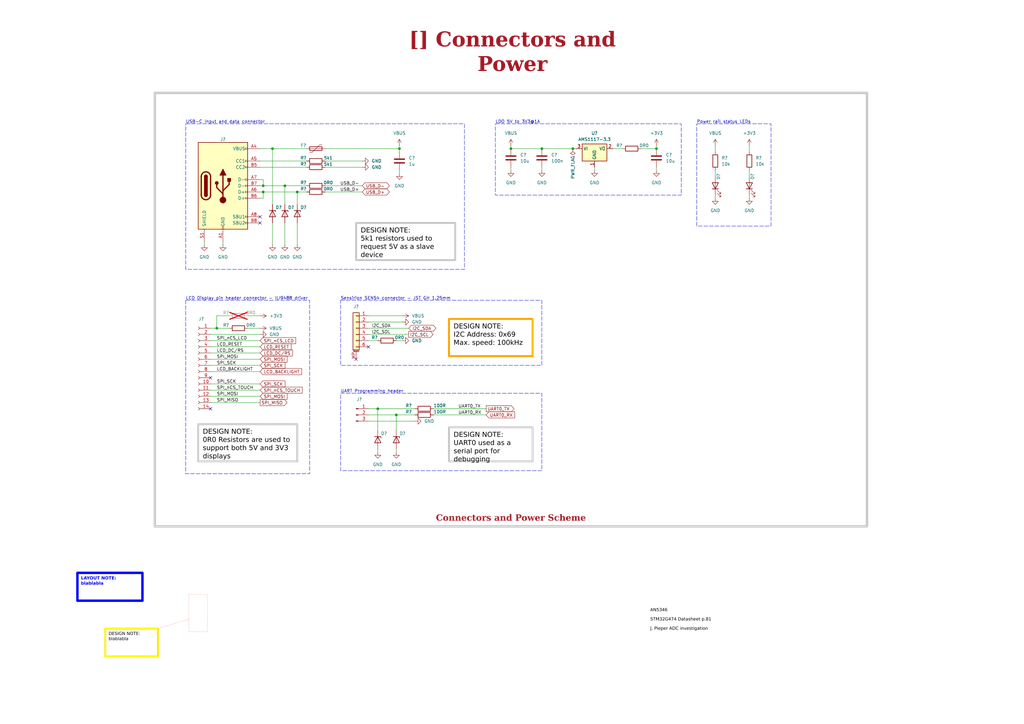
<source format=kicad_sch>
(kicad_sch (version 20231120) (generator "eeschema") (generator_version "8.0")
  (paper "A3")
  (title_block (title "Connectors and Power") (date "Last Modified Date") (rev "${REVISION}") (company "${COMPANY}"))
  (lib_symbols
    (symbol "Active-Components:ESD321DYAR" (pin_numbers hide) (pin_names hide)
      (property "Reference" "D" (at 0 2.54 0))
      (property "Value" "ESD321DYAR" (at 0 -2.54 0))
      (symbol "ESD321DYAR_0_1"
        (polyline (pts (xy 1.27 0) (xy -1.27 0)))
        (polyline (pts (xy -1.27 -1.27) (xy -1.27 1.27) (xy -0.762 1.27)) (stroke (width 0.254)))
        (polyline (pts (xy 1.27 -1.27) (xy 1.27 1.27) (xy -1.27 0) (xy 1.27 -1.27)) (stroke (width 0.254)))
      )
      (symbol "ESD321DYAR_1_1"
        (pin passive line (at -3.81 0 0) (length 2.54) (name "K") (number "1"))
        (pin passive line (at 3.81 0 180) (length 2.54) (name "A") (number "2"))
      )
    )
    (symbol "Connector:Conn_01x03_Pin" (pin_names (offset 1.016) hide)
      (property "Reference" "J" (at 0 5.08 0))
      (property "Value" "Conn_01x03_Pin" (at 0 -5.08 0))
      (symbol "Conn_01x03_Pin_1_1"
        (polyline (pts (xy 1.27 -2.54) (xy 0.8636 -2.54)) (stroke (width 0.1524)))
        (polyline (pts (xy 1.27 0) (xy 0.8636 0)) (stroke (width 0.1524)))
        (polyline (pts (xy 1.27 2.54) (xy 0.8636 2.54)) (stroke (width 0.1524)))
        (rectangle (start 0.8636 -2.413) (end 0 -2.667) (stroke (width 0.1524)) (fill (type outline)))
        (rectangle (start 0.8636 0.127) (end 0 -0.127) (stroke (width 0.1524)) (fill (type outline)))
        (rectangle (start 0.8636 2.667) (end 0 2.413) (stroke (width 0.1524)) (fill (type outline)))
        (pin passive line (at 5.08 2.54 180) (length 3.81) (name "Pin_1") (number "1"))
        (pin passive line (at 5.08 0 180) (length 3.81) (name "Pin_2") (number "2"))
        (pin passive line (at 5.08 -2.54 180) (length 3.81) (name "Pin_3") (number "3"))
      )
    )
    (symbol "Connector:Conn_01x14_Socket" (pin_names (offset 1.016) hide)
      (property "Reference" "J" (at 0 17.78 0))
      (property "Value" "Conn_01x14_Socket" (at 0 -20.32 0))
      (symbol "Conn_01x14_Socket_1_1"
        (arc (start 0 -17.272) (mid -0.5058 -17.78) (end 0 -18.288) (stroke (width 0.1524)))
        (arc (start 0 -14.732) (mid -0.5058 -15.24) (end 0 -15.748) (stroke (width 0.1524)))
        (arc (start 0 -12.192) (mid -0.5058 -12.7) (end 0 -13.208) (stroke (width 0.1524)))
        (arc (start 0 -9.652) (mid -0.5058 -10.16) (end 0 -10.668) (stroke (width 0.1524)))
        (arc (start 0 -7.112) (mid -0.5058 -7.62) (end 0 -8.128) (stroke (width 0.1524)))
        (arc (start 0 -4.572) (mid -0.5058 -5.08) (end 0 -5.588) (stroke (width 0.1524)))
        (arc (start 0 -2.032) (mid -0.5058 -2.54) (end 0 -3.048) (stroke (width 0.1524)))
        (polyline (pts (xy -1.27 -17.78) (xy -0.508 -17.78)) (stroke (width 0.1524)))
        (polyline (pts (xy -1.27 -15.24) (xy -0.508 -15.24)) (stroke (width 0.1524)))
        (polyline (pts (xy -1.27 -12.7) (xy -0.508 -12.7)) (stroke (width 0.1524)))
        (polyline (pts (xy -1.27 -10.16) (xy -0.508 -10.16)) (stroke (width 0.1524)))
        (polyline (pts (xy -1.27 -7.62) (xy -0.508 -7.62)) (stroke (width 0.1524)))
        (polyline (pts (xy -1.27 -5.08) (xy -0.508 -5.08)) (stroke (width 0.1524)))
        (polyline (pts (xy -1.27 -2.54) (xy -0.508 -2.54)) (stroke (width 0.1524)))
        (polyline (pts (xy -1.27 0) (xy -0.508 0)) (stroke (width 0.1524)))
        (polyline (pts (xy -1.27 2.54) (xy -0.508 2.54)) (stroke (width 0.1524)))
        (polyline (pts (xy -1.27 5.08) (xy -0.508 5.08)) (stroke (width 0.1524)))
        (polyline (pts (xy -1.27 7.62) (xy -0.508 7.62)) (stroke (width 0.1524)))
        (polyline (pts (xy -1.27 10.16) (xy -0.508 10.16)) (stroke (width 0.1524)))
        (polyline (pts (xy -1.27 12.7) (xy -0.508 12.7)) (stroke (width 0.1524)))
        (polyline (pts (xy -1.27 15.24) (xy -0.508 15.24)) (stroke (width 0.1524)))
        (arc (start 0 0.508) (mid -0.5058 0) (end 0 -0.508) (stroke (width 0.1524)))
        (arc (start 0 3.048) (mid -0.5058 2.54) (end 0 2.032) (stroke (width 0.1524)))
        (arc (start 0 5.588) (mid -0.5058 5.08) (end 0 4.572) (stroke (width 0.1524)))
        (arc (start 0 8.128) (mid -0.5058 7.62) (end 0 7.112) (stroke (width 0.1524)))
        (arc (start 0 10.668) (mid -0.5058 10.16) (end 0 9.652) (stroke (width 0.1524)))
        (arc (start 0 13.208) (mid -0.5058 12.7) (end 0 12.192) (stroke (width 0.1524)))
        (arc (start 0 15.748) (mid -0.5058 15.24) (end 0 14.732) (stroke (width 0.1524)))
        (pin passive line (at -5.08 15.24 0) (length 3.81) (name "Pin_1") (number "1"))
        (pin passive line (at -5.08 -7.62 0) (length 3.81) (name "Pin_10") (number "10"))
        (pin passive line (at -5.08 -10.16 0) (length 3.81) (name "Pin_11") (number "11"))
        (pin passive line (at -5.08 -12.7 0) (length 3.81) (name "Pin_12") (number "12"))
        (pin passive line (at -5.08 -15.24 0) (length 3.81) (name "Pin_13") (number "13"))
        (pin passive line (at -5.08 -17.78 0) (length 3.81) (name "Pin_14") (number "14"))
        (pin passive line (at -5.08 12.7 0) (length 3.81) (name "Pin_2") (number "2"))
        (pin passive line (at -5.08 10.16 0) (length 3.81) (name "Pin_3") (number "3"))
        (pin passive line (at -5.08 7.62 0) (length 3.81) (name "Pin_4") (number "4"))
        (pin passive line (at -5.08 5.08 0) (length 3.81) (name "Pin_5") (number "5"))
        (pin passive line (at -5.08 2.54 0) (length 3.81) (name "Pin_6") (number "6"))
        (pin passive line (at -5.08 0 0) (length 3.81) (name "Pin_7") (number "7"))
        (pin passive line (at -5.08 -2.54 0) (length 3.81) (name "Pin_8") (number "8"))
        (pin passive line (at -5.08 -5.08 0) (length 3.81) (name "Pin_9") (number "9"))
      )
    )
    (symbol "Connector:USB_C_Receptacle_USB2.0_16P" (pin_names (offset 1.016))
      (property "Reference" "J" (at 0 22.225 0))
      (property "Value" "USB_C_Receptacle_USB2.0_16P" (at 0 19.685 0))
      (symbol "USB_C_Receptacle_USB2.0_16P_0_0"
        (rectangle (start -0.254 -17.78) (end 0.254 -16.764))
        (rectangle (start 10.16 -14.986) (end 9.144 -15.494))
        (rectangle (start 10.16 -12.446) (end 9.144 -12.954))
        (rectangle (start 10.16 -4.826) (end 9.144 -5.334))
        (rectangle (start 10.16 -2.286) (end 9.144 -2.794))
        (rectangle (start 10.16 0.254) (end 9.144 -0.254))
        (rectangle (start 10.16 2.794) (end 9.144 2.286))
        (rectangle (start 10.16 7.874) (end 9.144 7.366))
        (rectangle (start 10.16 10.414) (end 9.144 9.906))
        (rectangle (start 10.16 15.494) (end 9.144 14.986))
      )
      (symbol "USB_C_Receptacle_USB2.0_16P_0_1"
        (rectangle (start -10.16 17.78) (end 10.16 -17.78) (stroke (width 0.254)) (fill (type background)))
        (arc (start -8.89 -3.81) (mid -6.985 -5.7067) (end -5.08 -3.81) (stroke (width 0.508)))
        (arc (start -7.62 -3.81) (mid -6.985 -4.4423) (end -6.35 -3.81) (stroke (width 0.254)))
        (arc (start -7.62 -3.81) (mid -6.985 -4.4423) (end -6.35 -3.81) (stroke (width 0.254)) (fill (type outline)))
        (rectangle (start -7.62 -3.81) (end -6.35 3.81) (stroke (width 0.254)) (fill (type outline)))
        (arc (start -6.35 3.81) (mid -6.985 4.4423) (end -7.62 3.81) (stroke (width 0.254)))
        (arc (start -6.35 3.81) (mid -6.985 4.4423) (end -7.62 3.81) (stroke (width 0.254)) (fill (type outline)))
        (arc (start -5.08 3.81) (mid -6.985 5.7067) (end -8.89 3.81) (stroke (width 0.508)))
        (circle (center -2.54 1.143) (radius 0.635) (stroke (width 0.254)) (fill (type outline)))
        (circle (center 0 -5.842) (radius 1.27) (fill (type outline)))
        (polyline (pts (xy -8.89 -3.81) (xy -8.89 3.81)) (stroke (width 0.508)))
        (polyline (pts (xy -5.08 3.81) (xy -5.08 -3.81)) (stroke (width 0.508)))
        (polyline (pts (xy 0 -5.842) (xy 0 4.318)) (stroke (width 0.508)))
        (polyline (pts (xy 0 -3.302) (xy -2.54 -0.762) (xy -2.54 0.508)) (stroke (width 0.508)))
        (polyline (pts (xy 0 -2.032) (xy 2.54 0.508) (xy 2.54 1.778)) (stroke (width 0.508)))
        (polyline (pts (xy -1.27 4.318) (xy 0 6.858) (xy 1.27 4.318) (xy -1.27 4.318)) (stroke (width 0.254)) (fill (type outline)))
        (rectangle (start 1.905 1.778) (end 3.175 3.048) (stroke (width 0.254)) (fill (type outline)))
      )
      (symbol "USB_C_Receptacle_USB2.0_16P_1_1"
        (pin passive line (at 0 -22.86 90) (length 5.08) (name "GND") (number "A1"))
        (pin passive line (at 0 -22.86 90) (length 5.08) hide (name "GND") (number "A12"))
        (pin passive line (at 15.24 15.24 180) (length 5.08) (name "VBUS") (number "A4"))
        (pin bidirectional line (at 15.24 10.16 180) (length 5.08) (name "CC1") (number "A5"))
        (pin bidirectional line (at 15.24 -2.54 180) (length 5.08) (name "D+") (number "A6"))
        (pin bidirectional line (at 15.24 2.54 180) (length 5.08) (name "D-") (number "A7"))
        (pin bidirectional line (at 15.24 -12.7 180) (length 5.08) (name "SBU1") (number "A8"))
        (pin passive line (at 15.24 15.24 180) (length 5.08) hide (name "VBUS") (number "A9"))
        (pin passive line (at 0 -22.86 90) (length 5.08) hide (name "GND") (number "B1"))
        (pin passive line (at 0 -22.86 90) (length 5.08) hide (name "GND") (number "B12"))
        (pin passive line (at 15.24 15.24 180) (length 5.08) hide (name "VBUS") (number "B4"))
        (pin bidirectional line (at 15.24 7.62 180) (length 5.08) (name "CC2") (number "B5"))
        (pin bidirectional line (at 15.24 -5.08 180) (length 5.08) (name "D+") (number "B6"))
        (pin bidirectional line (at 15.24 0 180) (length 5.08) (name "D-") (number "B7"))
        (pin bidirectional line (at 15.24 -15.24 180) (length 5.08) (name "SBU2") (number "B8"))
        (pin passive line (at 15.24 15.24 180) (length 5.08) hide (name "VBUS") (number "B9"))
        (pin passive line (at -7.62 -22.86 90) (length 5.08) (name "SHIELD") (number "S1"))
      )
    )
    (symbol "Connector_Generic_MountingPin:Conn_01x06_MountingPin" (pin_names (offset 1.016) hide)
      (property "Reference" "J" (at 0 7.62 0))
      (property "Value" "Conn_01x06_MountingPin" (at 1.27 -10.16 0))
      (symbol "Conn_01x06_MountingPin_1_1"
        (rectangle (start -1.27 -7.493) (end 0 -7.747) (stroke (width 0.1524)))
        (rectangle (start -1.27 -4.953) (end 0 -5.207) (stroke (width 0.1524)))
        (rectangle (start -1.27 -2.413) (end 0 -2.667) (stroke (width 0.1524)))
        (rectangle (start -1.27 0.127) (end 0 -0.127) (stroke (width 0.1524)))
        (rectangle (start -1.27 2.667) (end 0 2.413) (stroke (width 0.1524)))
        (rectangle (start -1.27 5.207) (end 0 4.953) (stroke (width 0.1524)))
        (rectangle (start -1.27 6.35) (end 1.27 -8.89) (stroke (width 0.254)) (fill (type background)))
        (polyline (pts (xy -1.016 -9.652) (xy 1.016 -9.652)) (stroke (width 0.1524)))
        (text "Mounting" (at 0 -9.271 0) (effects (font (size 0.381 0.381))))
        (pin passive line (at -5.08 5.08 0) (length 3.81) (name "Pin_1") (number "1"))
        (pin passive line (at -5.08 2.54 0) (length 3.81) (name "Pin_2") (number "2"))
        (pin passive line (at -5.08 0 0) (length 3.81) (name "Pin_3") (number "3"))
        (pin passive line (at -5.08 -2.54 0) (length 3.81) (name "Pin_4") (number "4"))
        (pin passive line (at -5.08 -5.08 0) (length 3.81) (name "Pin_5") (number "5"))
        (pin passive line (at -5.08 -7.62 0) (length 3.81) (name "Pin_6") (number "6"))
        (pin passive line (at 0 -12.7 90) (length 3.048) (name "MountPin") (number "MP"))
      )
    )
    (symbol "Device:C" (pin_numbers hide) (pin_names (offset 0.254))
      (property "Reference" "C" (at 0.635 2.54 0))
      (property "Value" "C" (at 0.635 -2.54 0))
      (symbol "C_0_1"
        (polyline (pts (xy -2.032 -0.762) (xy 2.032 -0.762)) (stroke (width 0.508)))
        (polyline (pts (xy -2.032 0.762) (xy 2.032 0.762)) (stroke (width 0.508)))
      )
      (symbol "C_1_1"
        (pin passive line (at 0 3.81 270) (length 2.794) (name "~") (number "1"))
        (pin passive line (at 0 -3.81 90) (length 2.794) (name "~") (number "2"))
      )
    )
    (symbol "Device:LED" (pin_numbers hide) (pin_names (offset 1.016) hide)
      (property "Reference" "D" (at 0 2.54 0))
      (property "Value" "LED" (at 0 -2.54 0))
      (symbol "LED_0_1"
        (polyline (pts (xy -1.27 -1.27) (xy -1.27 1.27)) (stroke (width 0.254)))
        (polyline (pts (xy -1.27 0) (xy 1.27 0)))
        (polyline (pts (xy 1.27 -1.27) (xy 1.27 1.27) (xy -1.27 0) (xy 1.27 -1.27)) (stroke (width 0.254)))
        (polyline (pts (xy -3.048 -0.762) (xy -4.572 -2.286) (xy -3.81 -2.286) (xy -4.572 -2.286) (xy -4.572 -1.524)))
        (polyline (pts (xy -1.778 -0.762) (xy -3.302 -2.286) (xy -2.54 -2.286) (xy -3.302 -2.286) (xy -3.302 -1.524)))
      )
      (symbol "LED_1_1"
        (pin passive line (at -3.81 0 0) (length 2.54) (name "K") (number "1"))
        (pin passive line (at 3.81 0 180) (length 2.54) (name "A") (number "2"))
      )
    )
    (symbol "Device:Polyfuse" (pin_numbers hide) (pin_names (offset 0))
      (property "Reference" "F" (at -2.54 0 90))
      (property "Value" "Polyfuse" (at 2.54 0 90))
      (symbol "Polyfuse_0_1"
        (rectangle (start -0.762 2.54) (end 0.762 -2.54) (stroke (width 0.254)))
        (polyline (pts (xy 0 2.54) (xy 0 -2.54)))
        (polyline (pts (xy -1.524 2.54) (xy -1.524 1.524) (xy 1.524 -1.524) (xy 1.524 -2.54)))
      )
      (symbol "Polyfuse_1_1"
        (pin passive line (at 0 3.81 270) (length 1.27) (name "~") (number "1"))
        (pin passive line (at 0 -3.81 90) (length 1.27) (name "~") (number "2"))
      )
    )
    (symbol "Device:R" (pin_numbers hide) (pin_names (offset 0))
      (property "Reference" "R" (at 2.032 0 90))
      (property "Value" "R" (at 0 0 90))
      (symbol "R_0_1"
        (rectangle (start -1.016 -2.54) (end 1.016 2.54) (stroke (width 0.254)))
      )
      (symbol "R_1_1"
        (pin passive line (at 0 3.81 270) (length 1.27) (name "~") (number "1"))
        (pin passive line (at 0 -3.81 90) (length 1.27) (name "~") (number "2"))
      )
    )
    (symbol "Diode:ESD5Zxx" (pin_numbers hide) (pin_names hide)
      (property "Reference" "D" (at 0 2.54 0))
      (property "Value" "ESD5Zxx" (at 0 -2.54 0))
      (symbol "ESD5Zxx_0_1"
        (polyline (pts (xy 1.27 0) (xy -1.27 0)))
        (polyline (pts (xy -1.27 -1.27) (xy -1.27 1.27) (xy -0.762 1.27)) (stroke (width 0.254)))
        (polyline (pts (xy 1.27 -1.27) (xy 1.27 1.27) (xy -1.27 0) (xy 1.27 -1.27)) (stroke (width 0.254)))
      )
      (symbol "ESD5Zxx_1_1"
        (pin passive line (at -3.81 0 0) (length 2.54) (name "K") (number "1"))
        (pin passive line (at 3.81 0 180) (length 2.54) (name "A") (number "2"))
      )
    )
    (symbol "Regulator_Linear:AMS1117-3.3"
      (property "Reference" "U" (at -3.81 3.175 0))
      (property "Value" "AMS1117-3.3" (at 0 3.175 0))
      (symbol "AMS1117-3.3_0_1"
        (rectangle (start -5.08 -5.08) (end 5.08 1.905) (stroke (width 0.254)) (fill (type background)))
      )
      (symbol "AMS1117-3.3_1_1"
        (pin power_in line (at 0 -7.62 90) (length 2.54) (name "GND") (number "1"))
        (pin power_out line (at 7.62 0 180) (length 2.54) (name "VO") (number "2"))
        (pin power_in line (at -7.62 0 0) (length 2.54) (name "VI") (number "3"))
      )
    )
    (symbol "power:+3V3" (power) (pin_names (offset 0))
      (property "Value" "+3V3" (at 0 3.556 0))
      (symbol "+3V3_0_1"
        (polyline (pts (xy -0.762 1.27) (xy 0 2.54)))
        (polyline (pts (xy 0 0) (xy 0 2.54)))
        (polyline (pts (xy 0 2.54) (xy 0.762 1.27)))
      )
      (symbol "+3V3_1_1"
        (pin power_in line (at 0 0 90) (length 0) hide (name "+3V3") (number "1"))
      )
    )
    (symbol "power:GND" (power) (pin_names (offset 0))
      (property "Value" "GND" (at 0 -3.81 0))
      (symbol "GND_0_1"
        (polyline (pts (xy 0 0) (xy 0 -1.27) (xy 1.27 -1.27) (xy 0 -2.54) (xy -1.27 -1.27) (xy 0 -1.27)))
      )
      (symbol "GND_1_1"
        (pin power_in line (at 0 0 270) (length 0) hide (name "GND") (number "1"))
      )
    )
    (symbol "power:PWR_FLAG" (power) (pin_numbers hide) (pin_names (offset 0) hide)
      (property "Value" "PWR_FLAG" (at 0 3.81 0))
      (symbol "PWR_FLAG_0_0"
        (pin power_out line (at 0 0 90) (length 0) (name "pwr") (number "1"))
      )
      (symbol "PWR_FLAG_0_1"
        (polyline (pts (xy 0 0) (xy 0 1.27) (xy -1.016 1.905) (xy 0 2.54) (xy 1.016 1.905) (xy 0 1.27)))
      )
    )
    (symbol "power:VBUS" (power) (pin_numbers hide) (pin_names (offset 0) hide)
      (property "Value" "VBUS" (at 0 3.556 0))
      (symbol "VBUS_0_1"
        (polyline (pts (xy -0.762 1.27) (xy 0 2.54)))
        (polyline (pts (xy 0 0) (xy 0 2.54)))
        (polyline (pts (xy 0 2.54) (xy 0.762 1.27)))
      )
      (symbol "VBUS_1_1"
        (pin power_in line (at 0 0 90) (length 0) (name "~") (number "1"))
      )
    )
  )
  (junction (at 209.55 60.96))
  (junction (at 88.9 134.62))
  (junction (at 111.76 60.96))
  (junction (at 154.94 167.64))
  (junction (at 162.56 170.18))
  (junction (at 107.95 76.2))
  (junction (at 234.95 60.96))
  (junction (at 269.24 60.96))
  (junction (at 163.83 60.96))
  (junction (at 107.95 78.74))
  (junction (at 222.25 60.96))
  (junction (at 121.92 78.74))
  (junction (at 116.84 76.2))
  (no_connect (at 106.68 88.9))
  (no_connect (at 86.36 167.64))
  (no_connect (at 151.13 142.24))
  (no_connect (at 106.68 91.44))
  (no_connect (at 146.05 147.32))
  (no_connect (at 86.36 154.94))
  (wire (pts (xy 209.55 59.69) (xy 209.55 60.96)))
  (wire (pts (xy 106.68 73.66) (xy 107.95 73.66)))
  (wire (pts (xy 133.35 60.96) (xy 163.83 60.96)))
  (wire (pts (xy 107.95 76.2) (xy 116.84 76.2)))
  (wire (pts (xy 106.68 66.04) (xy 125.73 66.04)))
  (wire (pts (xy 111.76 60.96) (xy 125.73 60.96)))
  (wire (pts (xy 83.82 100.33) (xy 83.82 99.06)))
  (wire (pts (xy 293.37 80.01) (xy 293.37 81.28)))
  (wire (pts (xy 86.36 165.1) (xy 106.68 165.1)))
  (wire (pts (xy 307.34 80.01) (xy 307.34 81.28)))
  (wire (pts (xy 101.6 134.62) (xy 106.68 134.62)))
  (wire (pts (xy 86.36 134.62) (xy 88.9 134.62)))
  (wire (pts (xy 151.13 170.18) (xy 162.56 170.18)))
  (wire (pts (xy 177.8 167.64) (xy 199.39 167.64)))
  (wire (pts (xy 121.92 78.74) (xy 125.73 78.74)))
  (wire (pts (xy 106.68 60.96) (xy 111.76 60.96)))
  (wire (pts (xy 165.1 132.08) (xy 151.13 132.08)))
  (wire (pts (xy 269.24 68.58) (xy 269.24 69.85)))
  (wire (pts (xy 151.13 137.16) (xy 167.64 137.16)))
  (wire (pts (xy 255.27 60.96) (xy 251.46 60.96)))
  (wire (pts (xy 133.35 78.74) (xy 148.59 78.74)))
  (wire (pts (xy 106.68 68.58) (xy 125.73 68.58)))
  (wire (pts (xy 151.13 167.64) (xy 154.94 167.64)))
  (wire (pts (xy 106.68 137.16) (xy 86.36 137.16)))
  (wire (pts (xy 148.59 68.58) (xy 133.35 68.58)))
  (wire (pts (xy 107.95 78.74) (xy 121.92 78.74)))
  (wire (pts (xy 154.94 139.7) (xy 151.13 139.7)))
  (wire (pts (xy 121.92 100.33) (xy 121.92 91.44)))
  (wire (pts (xy 111.76 60.96) (xy 111.76 83.82)))
  (wire (pts (xy 148.59 66.04) (xy 133.35 66.04)))
  (wire (pts (xy 162.56 170.18) (xy 170.18 170.18)))
  (wire (pts (xy 170.18 172.72) (xy 151.13 172.72)))
  (wire (pts (xy 163.83 60.96) (xy 163.83 62.23)))
  (wire (pts (xy 234.95 60.96) (xy 236.22 60.96)))
  (wire (pts (xy 307.34 69.85) (xy 307.34 72.39)))
  (wire (pts (xy 177.8 170.18) (xy 199.39 170.18)))
  (wire (pts (xy 121.92 78.74) (xy 121.92 83.82)))
  (wire (pts (xy 86.36 152.4) (xy 106.68 152.4)))
  (wire (pts (xy 101.6 129.54) (xy 106.68 129.54)))
  (wire (pts (xy 86.36 160.02) (xy 106.68 160.02)))
  (wire (pts (xy 163.83 71.12) (xy 163.83 69.85)))
  (wire (pts (xy 151.13 134.62) (xy 167.64 134.62)))
  (wire (pts (xy 86.36 144.78) (xy 106.68 144.78)))
  (wire (pts (xy 116.84 100.33) (xy 116.84 91.44)))
  (wire (pts (xy 307.34 59.69) (xy 307.34 62.23)))
  (wire (pts (xy 107.95 73.66) (xy 107.95 76.2)))
  (wire (pts (xy 222.25 60.96) (xy 234.95 60.96)))
  (wire (pts (xy 86.36 149.86) (xy 106.68 149.86)))
  (wire (pts (xy 162.56 185.42) (xy 162.56 184.15)))
  (wire (pts (xy 269.24 59.69) (xy 269.24 60.96)))
  (wire (pts (xy 165.1 139.7) (xy 162.56 139.7)))
  (wire (pts (xy 133.35 76.2) (xy 148.59 76.2)))
  (wire (pts (xy 107.95 81.28) (xy 107.95 78.74)))
  (wire (pts (xy 165.1 129.54) (xy 151.13 129.54)))
  (wire (pts (xy 91.44 100.33) (xy 91.44 99.06)))
  (wire (pts (xy 106.68 76.2) (xy 107.95 76.2)))
  (wire (pts (xy 222.25 68.58) (xy 222.25 69.85)))
  (wire (pts (xy 154.94 185.42) (xy 154.94 184.15)))
  (wire (pts (xy 154.94 167.64) (xy 170.18 167.64)))
  (wire (pts (xy 88.9 129.54) (xy 88.9 134.62)))
  (wire (pts (xy 209.55 68.58) (xy 209.55 69.85)))
  (wire (pts (xy 93.98 129.54) (xy 88.9 129.54)))
  (wire (pts (xy 86.36 139.7) (xy 106.68 139.7)))
  (wire (pts (xy 162.56 170.18) (xy 162.56 176.53)))
  (wire (pts (xy 86.36 162.56) (xy 106.68 162.56)))
  (wire (pts (xy 293.37 69.85) (xy 293.37 72.39)))
  (wire (pts (xy 116.84 76.2) (xy 125.73 76.2)))
  (wire (pts (xy 106.68 81.28) (xy 107.95 81.28)))
  (wire (pts (xy 86.36 142.24) (xy 106.68 142.24)))
  (wire (pts (xy 88.9 134.62) (xy 93.98 134.62)))
  (polyline (pts (xy 77.47 254) (xy 64.77 257.81)) (stroke (width 0) (type dot) (color 255 0 0 1)))
  (wire (pts (xy 86.36 147.32) (xy 106.68 147.32)))
  (wire (pts (xy 293.37 59.69) (xy 293.37 62.23)))
  (wire (pts (xy 154.94 167.64) (xy 154.94 176.53)))
  (wire (pts (xy 86.36 157.48) (xy 106.68 157.48)))
  (wire (pts (xy 163.83 59.69) (xy 163.83 60.96)))
  (wire (pts (xy 262.89 60.96) (xy 269.24 60.96)))
  (wire (pts (xy 243.84 68.58) (xy 243.84 69.85)))
  (wire (pts (xy 116.84 76.2) (xy 116.84 83.82)))
  (wire (pts (xy 111.76 100.33) (xy 111.76 91.44)))
  (wire (pts (xy 106.68 78.74) (xy 107.95 78.74)))
  (wire (pts (xy 209.55 60.96) (xy 222.25 60.96)))
  (rectangle (start 77.47 243.84) (end 85.09 259.08) (stroke (width 0) (type dot) (color 255 0 0 1)))
  (rectangle (start 76.2 123.19) (end 127 194.31) (stroke (width 0) (type dash)))
  (rectangle (start 203.2 50.8) (end 279.4 80.01) (stroke (width 0) (type dash)))
  (rectangle (start 139.7 123.19) (end 222.25 149.86) (stroke (width 0) (type dash)))
  (rectangle (start 139.7 161.29) (end 222.25 193.04) (stroke (width 0) (type dash)))
  (rectangle (start 63.5 38.1) (end 355.6 215.9) (stroke (width 1) (color 200 200 200 1)))
  (rectangle (start 285.75 50.8) (end 316.23 92.71) (stroke (width 0) (type dash)))
  (rectangle (start 76.2 50.8) (end 190.5 110.49) (stroke (width 0) (type dash)))
  (text_box "DESIGN NOTE:\n5k1 resistors used to request 5V as a slave device" (at 146.05 91.44 0) (size 40.64 15.24) (stroke (width 0.8) (color 200 200 200 1)) (effects (font (size 2 2)) (justify left top)))
  (text_box "LAYOUT NOTE:\nblablabla" (at 31.75 234.95 0) (size 26.67 11.43) (stroke (width 1) (color 0 0 255 1)) (effects (font (size 1.27 1.27) (thickness 0.4) (bold yes)) (justify left top)))
  (text_box "DESIGN NOTE:\n0R0 Resistors are used to support both 5V and 3V3 displays" (at 81.28 173.99 0) (size 40.64 15.24) (stroke (width 0.8) (color 200 200 200 1)) (effects (font (size 2 2)) (justify left top)))
  (text_box "DESIGN NOTE:\nUART0 used as a serial port for debugging" (at 184.15 175.26 0) (size 34.29 13.97) (stroke (width 0.8) (color 200 200 200 1)) (effects (font (size 2 2)) (justify left top)))
  (text_box "[${#}] ${TITLE}" (at 157.48 15.24 0) (size 105.41 12.7) (stroke (width -0.0001)) (effects (font (size 6 6) (thickness 1.2) (bold yes))))
  (text_box "Connectors and Power Scheme" (at 63.5 208.28 0) (size 292.1 7.62) (stroke (width -0.0001)) (effects (font (size 2.54 2.54) (thickness 0.508) (bold yes)) (justify bottom)))
  (text_box "DESIGN NOTE:\nI2C Address: 0x69\nMax. speed: 100kHz" (at 184.15 130.81 0) (size 34.29 15.24) (stroke (width 0.8) (color 255 165 0 1)) (effects (font (size 2 2)) (justify left top)))
  (text_box "DESIGN NOTE:\nblablabla" (at 43.18 257.81 0) (size 21.59 11.43) (stroke (width 0.8) (color 250 236 0 1)) (effects (font (size 1.27 1.27)) (justify left top)))
  (text "Power rail status LEDs" (at 285.75 50.8 0) (effects (font (size 1.27 1.27)) (justify left bottom)))
  (text "Sensirion SEN54 connector - JST GH 1.25mm" (at 139.7 123.19 0) (effects (font (size 1.27 1.27)) (justify left bottom)))
  (text "J. Pieper ADC investigation" (at 266.7 259.08 0) (effects (font (size 1.27 1.27)) (justify left bottom)))
  (text "UART Programming header" (at 139.7 161.29 0) (effects (font (size 1.27 1.27)) (justify left bottom)))
  (text "LCD Display pin header connector - ILI9488 driver" (at 76.2 123.19 0) (effects (font (size 1.27 1.27)) (justify left bottom)))
  (text "LDO 5V to 3V3@1A" (at 203.2 50.8 0) (effects (font (size 1.27 1.27)) (justify left bottom)))
  (text "USB-C Input and data connector" (at 76.2 50.8 0) (effects (font (size 1.27 1.27)) (justify left bottom)))
  (text "STM32G474 Datasheet p.81" (at 266.7 255.27 0) (effects (font (size 1.27 1.27)) (justify left bottom)))
  (text "AN5346" (at 266.7 251.46 0) (effects (font (size 1.27 1.27)) (justify left bottom)))
  (label "I2C_SDL" (at 152.4 137.16 0))
  (label "SPI_SCK" (at 88.9 149.86 0))
  (label "LCD_RESET" (at 88.9 142.24 0))
  (label "SPI_MISO" (at 88.9 165.1 0))
  (label "SPI_MOSI" (at 88.9 147.32 0))
  (label "USB_D+" (at 147.32 78.74 180))
  (label "I2C_SDA" (at 152.4 134.62 0))
  (label "SPI_SCK" (at 88.9 157.48 0))
  (label "SPI_MOSI" (at 88.9 162.56 0))
  (label "SPI_nCS_TOUCH" (at 88.9 160.02 0))
  (label "SPI_nCS_LCD" (at 88.9 139.7 0))
  (label "UART0_RX" (at 187.96 170.18 0))
  (label "LCD_BACKLIGHT" (at 88.9 152.4 0))
  (label "LCD_DC{slash}RS" (at 88.9 144.78 0))
  (label "UART0_TX" (at 187.96 167.64 0))
  (label "USB_D-" (at 147.32 76.2 180))
  (global_label "USB_D-" (shape bidirectional) (at 148.59 76.2 0) (property "Intersheetrefs" "${INTERSHEET_REFS}" (effects (hide yes))))
  (global_label "LCD_RESET" (shape input) (at 106.68 142.24 0) (property "Intersheetrefs" "${INTERSHEET_REFS}" (effects (hide yes))))
  (global_label "USB_D+" (shape bidirectional) (at 148.59 78.74 0) (property "Intersheetrefs" "${INTERSHEET_REFS}" (effects (hide yes))))
  (global_label "SPI_MOSI" (shape input) (at 106.68 162.56 0) (property "Intersheetrefs" "${INTERSHEET_REFS}" (effects (hide yes))))
  (global_label "SPI_MISO" (shape output) (at 106.68 165.1 0) (property "Intersheetrefs" "${INTERSHEET_REFS}" (effects (hide yes))))
  (global_label "LCD_DC{slash}RS" (shape input) (at 106.68 144.78 0) (property "Intersheetrefs" "${INTERSHEET_REFS}" (effects (hide yes))))
  (global_label "UART0_TX" (shape output) (at 199.39 167.64 0) (property "Intersheetrefs" "${INTERSHEET_REFS}" (effects (hide yes))))
  (global_label "I2C_SCL" (shape output) (at 167.64 137.16 0) (property "Intersheetrefs" "${INTERSHEET_REFS}" (effects (hide yes))))
  (global_label "SPI_SCK" (shape input) (at 106.68 149.86 0) (property "Intersheetrefs" "${INTERSHEET_REFS}" (effects (hide yes))))
  (global_label "SPI_MOSI" (shape input) (at 106.68 147.32 0) (property "Intersheetrefs" "${INTERSHEET_REFS}" (effects (hide yes))))
  (global_label "SPI_nCS_LCD" (shape input) (at 106.68 139.7 0) (property "Intersheetrefs" "${INTERSHEET_REFS}" (effects (hide yes))))
  (global_label "UART0_RX" (shape input) (at 199.39 170.18 0) (property "Intersheetrefs" "${INTERSHEET_REFS}" (effects (hide yes))))
  (global_label "LCD_BACKLIGHT" (shape input) (at 106.68 152.4 0) (property "Intersheetrefs" "${INTERSHEET_REFS}" (effects (hide yes))))
  (global_label "I2C_SDA" (shape bidirectional) (at 167.64 134.62 0) (property "Intersheetrefs" "${INTERSHEET_REFS}" (effects (hide yes))))
  (global_label "SPI_SCK" (shape input) (at 106.68 157.48 0) (property "Intersheetrefs" "${INTERSHEET_REFS}" (effects (hide yes))))
  (global_label "SPI_nCS_TOUCH" (shape input) (at 106.68 160.02 0) (property "Intersheetrefs" "${INTERSHEET_REFS}" (effects (hide yes))))
  (symbol (lib_id "Connector:Conn_01x03_Pin") (at 146.05 170.18 0) (unit 1)
    (property "Reference" "J?" (at 147.32 163.83 0))
    (property "Value" "Conn_01x03_Pin" (effects (hide yes)))
    (property "Description" "Generic connector, single row, 01x03, script generated" (effects (hide yes)))
  )
  (symbol (lib_id "power:GND") (at 148.59 66.04 90) (unit 1)
    (property "Reference" "#PWR034" (effects (hide yes)))
    (property "Value" "GND" (at 152.4 66.0399 90) (effects (justify right)))
  )
  (symbol (lib_id "Device:R") (at 307.34 66.04 0) (unit 1)
    (property "Reference" "R?" (at 309.88 64.77 0) (effects (justify left)))
    (property "Value" "10k" (at 309.88 67.31 0) (effects (justify left)))
    (property "Footprint" "Resistor_SMD:R_0603_1608Metric" (effects (hide yes)))
  )
  (symbol (lib_id "Device:R") (at 293.37 66.04 0) (unit 1)
    (property "Reference" "R?" (at 295.91 64.77 0) (effects (justify left)))
    (property "Value" "10k" (at 295.91 67.31 0) (effects (justify left)))
    (property "Footprint" "Resistor_SMD:R_0603_1608Metric" (effects (hide yes)))
  )
  (symbol (lib_id "power:VBUS") (at 165.1 129.54 270) (unit 1)
    (property "Reference" "#PWR03" (effects (hide yes)))
    (property "Value" "VBUS" (at 168.91 129.5399 90) (effects (justify left)))
    (property "Description" "Power symbol creates a global label with name \"VBUS\"" (effects (hide yes)))
  )
  (symbol (lib_id "power:GND") (at 83.82 100.33 0) (unit 1)
    (property "Reference" "#PWR01" (effects (hide yes)))
    (property "Value" "GND" (at 83.82 105.41 0))
  )
  (symbol (lib_id "power:GND") (at 162.56 185.42 0) (unit 1)
    (property "Reference" "#PWR041" (effects (hide yes)))
    (property "Value" "GND" (at 162.56 190.5 0))
  )
  (symbol (lib_id "Device:R") (at 97.79 129.54 90) (unit 1) (in_bom no) (dnp yes)
    (property "Reference" "R?" (at 92.71 128.27 90))
    (property "Value" "0R0" (at 102.87 128.27 90))
    (property "Footprint" "Resistor_SMD:R_0603_1608Metric" (effects (hide yes)))
  )
  (symbol (lib_id "Device:R") (at 129.54 68.58 90) (unit 1)
    (property "Reference" "R?" (at 124.46 67.31 90))
    (property "Value" "5k1" (at 134.62 67.31 90))
    (property "Footprint" "Resistor_SMD:R_0603_1608Metric" (effects (hide yes)))
  )
  (symbol (lib_id "Device:R") (at 158.75 139.7 90) (unit 1)
    (property "Reference" "R?" (at 153.67 138.43 90))
    (property "Value" "0R0" (at 163.83 138.43 90))
    (property "Footprint" "Resistor_SMD:R_0603_1608Metric" (effects (hide yes)))
  )
  (symbol (lib_id "power:GND") (at 91.44 100.33 0) (unit 1)
    (property "Reference" "#PWR02" (effects (hide yes)))
    (property "Value" "GND" (at 91.44 105.41 0))
  )
  (symbol (lib_id "Device:R") (at 173.99 170.18 90) (unit 1)
    (property "Reference" "R?" (at 167.64 168.91 90))
    (property "Value" "100R" (at 180.34 168.91 90))
    (property "Footprint" "Resistor_SMD:R_0603_1608Metric" (effects (hide yes)))
  )
  (symbol (lib_id "Device:C") (at 163.83 66.04 0) (unit 1)
    (property "Reference" "C?" (at 167.64 64.77 0) (effects (justify left)))
    (property "Value" "1u" (at 167.64 67.31 0) (effects (justify left)))
    (property "Footprint" "Capacitor_SMD:C_0805_2012Metric" (effects (hide yes)))
  )
  (symbol (lib_id "Active-Components:ESD321DYAR") (at 116.84 87.63 270) (unit 1)
    (property "Reference" "D?" (at 118.11 85.09 90) (effects (justify left)))
    (property "Value" "ESD321DYAR" (effects (hide yes)))
    (property "Footprint" "Diode_SMD:D_SOD-523" (effects (hide yes)))
    (property "Datasheet" "https://www.ti.com/lit/ds/symlink/esd321.pdf?ts=1729850471732&ref_url=https%253A%252F%252Feu.mouser.com%252F" (effects (hide yes)))
    (property "Description" "ESD Protection Diode, SOD-523" (effects (hide yes)))
    (property "MFN" "ESD321DYAR" (effects (hide yes)))
  )
  (symbol (lib_id "Active-Components:ESD321DYAR") (at 121.92 87.63 270) (unit 1)
    (property "Reference" "D?" (at 123.19 85.09 90) (effects (justify left)))
    (property "Value" "ESD321DYAR" (effects (hide yes)))
    (property "Footprint" "Diode_SMD:D_SOD-523" (effects (hide yes)))
    (property "Datasheet" "https://www.ti.com/lit/ds/symlink/esd321.pdf?ts=1729850471732&ref_url=https%253A%252F%252Feu.mouser.com%252F" (effects (hide yes)))
    (property "Description" "ESD Protection Diode, SOD-523" (effects (hide yes)))
    (property "MFN" "ESD321DYAR" (effects (hide yes)))
  )
  (symbol (lib_id "power:VBUS") (at 163.83 59.69 0) (unit 1)
    (property "Reference" "#PWR036" (effects (hide yes)))
    (property "Value" "VBUS" (at 161.29 54.61 0) (effects (justify left)))
    (property "Description" "Power symbol creates a global label with name \"VBUS\"" (effects (hide yes)))
  )
  (symbol (lib_id "Connector_Generic_MountingPin:Conn_01x06_MountingPin") (at 146.05 134.62 0) (mirror y) (unit 1)
    (property "Reference" "J?" (at 146.05 125.73 0))
    (property "Value" "Conn_01x06_MountingPin" (effects (hide yes)))
    (property "Footprint" "Connector_JST:JST_GH_BM06B-GHS-TBT_1x06-1MP_P1.25mm_Vertical" (effects (hide yes)))
    (property "Description" "Generic connectable mounting pin connector, single row, 01x06, script generated (kicad-library-utils/schlib/autogen/connector/)" (effects (hide yes)))
    (property "MFN" "BM06B-GHS-TBT" (effects (hide yes)))
  )
  (symbol (lib_id "power:VBUS") (at 209.55 59.69 0) (unit 1)
    (property "Reference" "#PWR06" (effects (hide yes)))
    (property "Value" "VBUS" (at 209.55 54.61 0))
    (property "Description" "Power symbol creates a global label with name \"VBUS\"" (effects (hide yes)))
  )
  (symbol (lib_id "power:GND") (at 243.84 69.85 0) (unit 1)
    (property "Reference" "#PWR09" (effects (hide yes)))
    (property "Value" "GND" (at 243.84 74.93 0))
  )
  (symbol (lib_id "Device:R") (at 129.54 76.2 90) (unit 1)
    (property "Reference" "R?" (at 124.46 74.93 90))
    (property "Value" "0R0" (at 134.62 74.93 90))
    (property "Footprint" "Resistor_SMD:R_0603_1608Metric" (effects (hide yes)))
  )
  (symbol (lib_id "power:GND") (at 163.83 71.12 0) (unit 1)
    (property "Reference" "#PWR037" (effects (hide yes)))
    (property "Value" "GND" (at 163.83 76.2 0))
  )
  (symbol (lib_id "power:+3V3") (at 269.24 59.69 0) (unit 1)
    (property "Reference" "#PWR010" (effects (hide yes)))
    (property "Value" "+3V3" (at 269.24 54.61 0))
  )
  (symbol (lib_id "Device:Polyfuse") (at 129.54 60.96 90) (unit 1)
    (property "Reference" "F?" (at 124.46 59.69 90))
    (property "Value" "Polyfuse" (effects (hide yes)))
    (property "Description" "Resettable fuse, polymeric positive temperature coefficient" (effects (hide yes)))
  )
  (symbol (lib_id "Device:R") (at 129.54 78.74 90) (unit 1)
    (property "Reference" "R?" (at 124.46 77.47 90))
    (property "Value" "0R0" (at 134.62 77.47 90))
    (property "Footprint" "Resistor_SMD:R_0603_1608Metric" (effects (hide yes)))
  )
  (symbol (lib_id "power:GND") (at 121.92 100.33 0) (unit 1)
    (property "Reference" "#PWR018" (effects (hide yes)))
    (property "Value" "GND" (at 121.92 105.41 0))
  )
  (symbol (lib_id "power:GND") (at 116.84 100.33 0) (unit 1)
    (property "Reference" "#PWR017" (effects (hide yes)))
    (property "Value" "GND" (at 116.84 105.41 0))
  )
  (symbol (lib_id "Regulator_Linear:AMS1117-3.3") (at 243.84 60.96 0) (unit 1)
    (property "Reference" "U?" (at 243.84 54.61 0))
    (property "Value" "AMS1117-3.3" (at 243.84 57.15 0))
    (property "Footprint" "Package_TO_SOT_SMD:SOT-223-3_TabPin2" (effects (hide yes)))
    (property "Datasheet" "http://www.advanced-monolithic.com/pdf/ds1117.pdf" (effects (hide yes)))
  )
  (symbol (lib_id "power:GND") (at 165.1 132.08 90) (unit 1)
    (property "Reference" "#PWR04" (effects (hide yes)))
    (property "Value" "GND" (at 168.91 132.0799 90) (effects (justify right)))
  )
  (symbol (lib_id "power:GND") (at 269.24 69.85 0) (unit 1)
    (property "Reference" "#PWR011" (effects (hide yes)))
    (property "Value" "GND" (at 269.24 74.93 0))
  )
  (symbol (lib_id "Device:R") (at 259.08 60.96 90) (unit 1)
    (property "Reference" "R?" (at 254 59.69 90))
    (property "Value" "0R0" (at 264.16 59.69 90))
    (property "Footprint" "Resistor_SMD:R_0603_1608Metric" (effects (hide yes)))
  )
  (symbol (lib_id "Connector:Conn_01x14_Socket") (at 81.28 149.86 0) (mirror y) (unit 1)
    (property "Reference" "J?" (at 82.55 130.81 0))
    (property "Value" "Conn_01x14_Socket" (effects (hide yes)))
    (property "Description" "Generic connector, single row, 01x14, script generated" (effects (hide yes)))
  )
  (symbol (lib_id "Device:LED") (at 293.37 76.2 90) (unit 1)
    (property "Reference" "D?" (at 294.64 72.39 0))
    (property "Value" "LED" (effects (hide yes)))
    (property "Footprint" "LED_SMD:LED_0805_2012Metric" (effects (hide yes)))
  )
  (symbol (lib_id "power:GND") (at 222.25 69.85 0) (unit 1)
    (property "Reference" "#PWR08" (effects (hide yes)))
    (property "Value" "GND" (at 222.25 74.93 0))
  )
  (symbol (lib_id "Active-Components:ESD321DYAR") (at 162.56 180.34 270) (unit 1)
    (property "Reference" "D?" (at 163.83 177.8 90) (effects (justify left)))
    (property "Value" "ESD321DYAR" (effects (hide yes)))
    (property "Footprint" "Diode_SMD:D_SOD-523" (effects (hide yes)))
    (property "Datasheet" "https://www.ti.com/lit/ds/symlink/esd321.pdf?ts=1729850471732&ref_url=https%253A%252F%252Feu.mouser.com%252F" (effects (hide yes)))
    (property "Description" "ESD Protection Diode, SOD-523" (effects (hide yes)))
    (property "MFN" "ESD321DYAR" (effects (hide yes)))
  )
  (symbol (lib_id "power:VBUS") (at 293.37 59.69 0) (unit 1)
    (property "Reference" "#PWR012" (effects (hide yes)))
    (property "Value" "VBUS" (at 293.37 54.61 0))
    (property "Description" "Power symbol creates a global label with name \"VBUS\"" (effects (hide yes)))
  )
  (symbol (lib_id "power:GND") (at 307.34 81.28 0) (unit 1)
    (property "Reference" "#PWR015" (effects (hide yes)))
    (property "Value" "GND" (at 307.34 86.36 0))
  )
  (symbol (lib_id "Connector:USB_C_Receptacle_USB2.0_16P") (at 91.44 76.2 0) (unit 1)
    (property "Reference" "J?" (at 91.44 57.15 0))
    (property "Value" "USB_C_Receptacle_USB2.0_16P" (effects (hide yes)))
    (property "Datasheet" "https://www.usb.org/sites/default/files/documents/usb_type-c.zip" (effects (hide yes)))
    (property "Description" "USB 2.0-only 16P Type-C Receptacle connector" (effects (hide yes)))
  )
  (symbol (lib_id "Active-Components:ESD321DYAR") (at 154.94 180.34 270) (unit 1)
    (property "Reference" "D?" (at 156.21 177.8 90) (effects (justify left)))
    (property "Value" "ESD321DYAR" (effects (hide yes)))
    (property "Footprint" "Diode_SMD:D_SOD-523" (effects (hide yes)))
    (property "Datasheet" "https://www.ti.com/lit/ds/symlink/esd321.pdf?ts=1729850471732&ref_url=https%253A%252F%252Feu.mouser.com%252F" (effects (hide yes)))
    (property "Description" "ESD Protection Diode, SOD-523" (effects (hide yes)))
    (property "MFN" "ESD321DYAR" (effects (hide yes)))
  )
  (symbol (lib_id "Device:C") (at 269.24 64.77 0) (unit 1)
    (property "Reference" "C?" (at 273.05 63.5 0) (effects (justify left)))
    (property "Value" "10u" (at 273.05 66.04 0) (effects (justify left)))
    (property "Footprint" "Capacitor_SMD:C_0805_2012Metric" (effects (hide yes)))
  )
  (symbol (lib_id "Device:C") (at 222.25 64.77 0) (unit 1)
    (property "Reference" "C?" (at 226.06 63.5 0) (effects (justify left)))
    (property "Value" "100n" (at 226.06 66.04 0) (effects (justify left)))
    (property "Footprint" "Capacitor_SMD:C_0603_1608Metric" (effects (hide yes)))
  )
  (symbol (lib_id "power:GND") (at 209.55 69.85 0) (unit 1)
    (property "Reference" "#PWR07" (effects (hide yes)))
    (property "Value" "GND" (at 209.55 74.93 0))
  )
  (symbol (lib_id "Device:R") (at 173.99 167.64 90) (unit 1)
    (property "Reference" "R?" (at 167.64 166.37 90))
    (property "Value" "100R" (at 180.34 166.37 90))
    (property "Footprint" "Resistor_SMD:R_0603_1608Metric" (effects (hide yes)))
  )
  (symbol (lib_id "power:+3V3") (at 307.34 59.69 0) (unit 1)
    (property "Reference" "#PWR014" (effects (hide yes)))
    (property "Value" "+3V3" (at 307.34 54.61 0))
  )
  (symbol (lib_id "power:GND") (at 148.59 68.58 90) (unit 1)
    (property "Reference" "#PWR035" (effects (hide yes)))
    (property "Value" "GND" (at 152.4 68.5799 90) (effects (justify right)))
  )
  (symbol (lib_id "Device:R") (at 97.79 134.62 90) (unit 1)
    (property "Reference" "R?" (at 92.71 133.35 90))
    (property "Value" "0R0" (at 102.87 133.35 90))
    (property "Footprint" "Resistor_SMD:R_0603_1608Metric" (effects (hide yes)))
  )
  (symbol (lib_id "power:GND") (at 154.94 185.42 0) (unit 1)
    (property "Reference" "#PWR040" (effects (hide yes)))
    (property "Value" "GND" (at 154.94 190.5 0))
  )
  (symbol (lib_id "power:GND") (at 293.37 81.28 0) (unit 1)
    (property "Reference" "#PWR013" (effects (hide yes)))
    (property "Value" "GND" (at 293.37 86.36 0))
  )
  (symbol (lib_id "power:+3V3") (at 106.68 129.54 270) (unit 1)
    (property "Reference" "#PWR027" (effects (hide yes)))
    (property "Value" "+3V3" (at 110.49 129.5399 90) (effects (justify left)))
  )
  (symbol (lib_id "Device:LED") (at 307.34 76.2 90) (unit 1)
    (property "Reference" "D?" (at 308.61 72.39 0))
    (property "Value" "LED" (effects (hide yes)))
    (property "Footprint" "LED_SMD:LED_0805_2012Metric" (effects (hide yes)))
  )
  (symbol (lib_id "power:GND") (at 170.18 172.72 90) (unit 1)
    (property "Reference" "#PWR025" (effects (hide yes)))
    (property "Value" "GND" (at 173.99 172.7199 90) (effects (justify right)))
  )
  (symbol (lib_id "power:GND") (at 165.1 139.7 90) (unit 1)
    (property "Reference" "#PWR05" (effects (hide yes)))
    (property "Value" "GND" (at 168.91 139.6999 90) (effects (justify right)))
  )
  (symbol (lib_id "Device:C") (at 209.55 64.77 0) (unit 1)
    (property "Reference" "C?" (at 213.36 63.5 0) (effects (justify left)))
    (property "Value" "10u" (at 213.36 66.04 0) (effects (justify left)))
    (property "Footprint" "Capacitor_SMD:C_0805_2012Metric" (effects (hide yes)))
  )
  (symbol (lib_id "Device:R") (at 129.54 66.04 90) (unit 1)
    (property "Reference" "R?" (at 124.46 64.77 90))
    (property "Value" "5k1" (at 134.62 64.77 90))
    (property "Footprint" "Resistor_SMD:R_0603_1608Metric" (effects (hide yes)))
  )
  (symbol (lib_id "Diode:ESD5Zxx") (at 111.76 87.63 270) (unit 1)
    (property "Reference" "D?" (at 113.03 85.09 90) (effects (justify left)))
    (property "Value" "ESD5Z3V3" (effects (hide yes)))
    (property "Footprint" "Diode_SMD:D_SOD-523" (effects (hide yes)))
    (property "Datasheet" "https://www.onsemi.com/pdf/datasheet/esd5z2.5t1-d.pdf" (effects (hide yes)))
    (property "Description" "ESD Protection Diode, SOD-523" (effects (hide yes)))
  )
  (symbol (lib_id "power:GND") (at 106.68 137.16 90) (unit 1)
    (property "Reference" "#PWR028" (effects (hide yes)))
    (property "Value" "GND" (at 110.49 137.1599 90) (effects (justify right)))
  )
  (symbol (lib_id "power:VBUS") (at 106.68 134.62 270) (unit 1)
    (property "Reference" "#PWR026" (effects (hide yes)))
    (property "Value" "VBUS" (at 110.49 134.6199 90) (effects (justify left)))
    (property "Description" "Power symbol creates a global label with name \"VBUS\"" (effects (hide yes)))
  )
  (symbol (lib_id "power:PWR_FLAG") (at 234.95 60.96 180) (unit 1)
    (property "Reference" "#FLG01" (effects (hide yes)))
    (property "Value" "PWR_FLAG" (at 234.95 68.58 90))
  )
  (symbol (lib_id "power:GND") (at 111.76 100.33 0) (unit 1)
    (property "Reference" "#PWR016" (effects (hide yes)))
    (property "Value" "GND" (at 111.76 105.41 0))
  )
)
</source>
